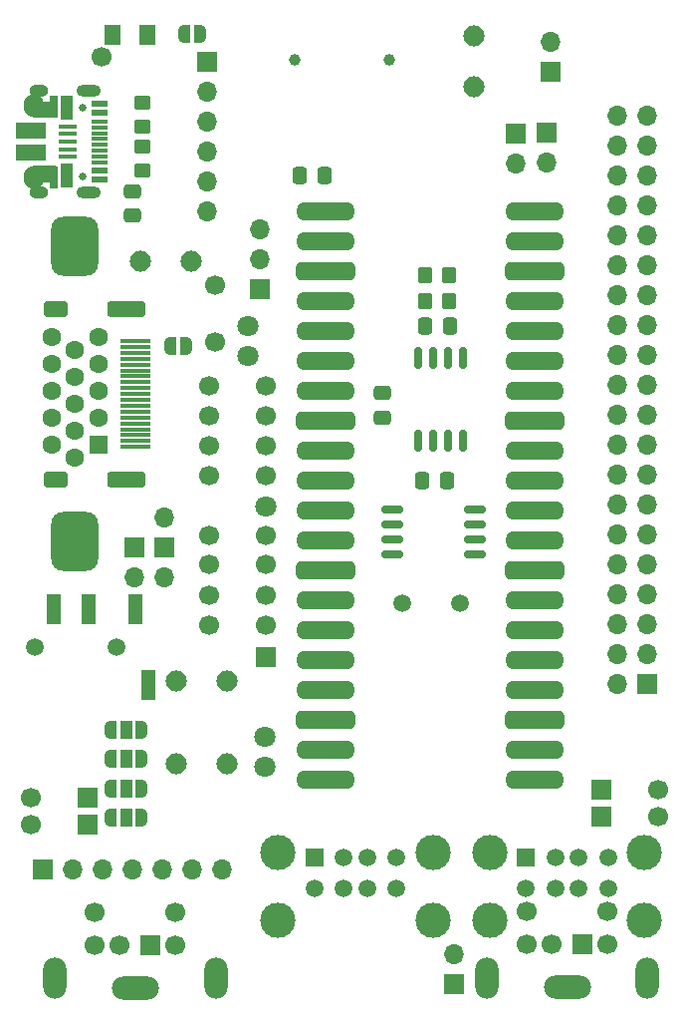
<source format=gts>
G04 #@! TF.GenerationSoftware,KiCad,Pcbnew,6.0.11-2627ca5db0~126~ubuntu20.04.1*
G04 #@! TF.CreationDate,2024-04-17T12:53:05+05:00*
G04 #@! TF.ProjectId,16RPI24,31365250-4932-4342-9e6b-696361645f70,rev?*
G04 #@! TF.SameCoordinates,Original*
G04 #@! TF.FileFunction,Soldermask,Top*
G04 #@! TF.FilePolarity,Negative*
%FSLAX46Y46*%
G04 Gerber Fmt 4.6, Leading zero omitted, Abs format (unit mm)*
G04 Created by KiCad (PCBNEW 6.0.11-2627ca5db0~126~ubuntu20.04.1) date 2024-04-17 12:53:05*
%MOMM*%
%LPD*%
G01*
G04 APERTURE LIST*
G04 Aperture macros list*
%AMRoundRect*
0 Rectangle with rounded corners*
0 $1 Rounding radius*
0 $2 $3 $4 $5 $6 $7 $8 $9 X,Y pos of 4 corners*
0 Add a 4 corners polygon primitive as box body*
4,1,4,$2,$3,$4,$5,$6,$7,$8,$9,$2,$3,0*
0 Add four circle primitives for the rounded corners*
1,1,$1+$1,$2,$3*
1,1,$1+$1,$4,$5*
1,1,$1+$1,$6,$7*
1,1,$1+$1,$8,$9*
0 Add four rect primitives between the rounded corners*
20,1,$1+$1,$2,$3,$4,$5,0*
20,1,$1+$1,$4,$5,$6,$7,0*
20,1,$1+$1,$6,$7,$8,$9,0*
20,1,$1+$1,$8,$9,$2,$3,0*%
%AMOutline4P*
0 Free polygon, 4 corners , with rotation*
0 The origin of the aperture is its center*
0 number of corners: always 4*
0 $1 to $8 corner X, Y*
0 $9 Rotation angle, in degrees counterclockwise*
0 create outline with 4 corners*
4,1,4,$1,$2,$3,$4,$5,$6,$7,$8,$1,$2,$9*%
%AMFreePoly0*
4,1,22,0.500000,-0.750000,0.000000,-0.750000,0.000000,-0.745033,-0.079941,-0.743568,-0.215256,-0.701293,-0.333266,-0.622738,-0.424486,-0.514219,-0.481581,-0.384460,-0.499164,-0.250000,-0.500000,-0.250000,-0.500000,0.250000,-0.499164,0.250000,-0.499963,0.256109,-0.478152,0.396186,-0.417904,0.524511,-0.324060,0.630769,-0.204165,0.706417,-0.067858,0.745374,0.000000,0.744959,0.000000,0.750000,
0.500000,0.750000,0.500000,-0.750000,0.500000,-0.750000,$1*%
%AMFreePoly1*
4,1,20,0.000000,0.744959,0.073905,0.744508,0.209726,0.703889,0.328688,0.626782,0.421226,0.519385,0.479903,0.390333,0.500000,0.250000,0.500000,-0.250000,0.499851,-0.262216,0.476331,-0.402017,0.414519,-0.529596,0.319384,-0.634700,0.198574,-0.708877,0.061801,-0.746166,0.000000,-0.745033,0.000000,-0.750000,-0.500000,-0.750000,-0.500000,0.750000,0.000000,0.750000,0.000000,0.744959,
0.000000,0.744959,$1*%
%AMFreePoly2*
4,1,22,0.550000,-0.750000,0.000000,-0.750000,0.000000,-0.745033,-0.079941,-0.743568,-0.215256,-0.701293,-0.333266,-0.622738,-0.424486,-0.514219,-0.481581,-0.384460,-0.499164,-0.250000,-0.500000,-0.250000,-0.500000,0.250000,-0.499164,0.250000,-0.499963,0.256109,-0.478152,0.396186,-0.417904,0.524511,-0.324060,0.630769,-0.204165,0.706417,-0.067858,0.745374,0.000000,0.744959,0.000000,0.750000,
0.550000,0.750000,0.550000,-0.750000,0.550000,-0.750000,$1*%
%AMFreePoly3*
4,1,20,0.000000,0.744959,0.073905,0.744508,0.209726,0.703889,0.328688,0.626782,0.421226,0.519385,0.479903,0.390333,0.500000,0.250000,0.500000,-0.250000,0.499851,-0.262216,0.476331,-0.402017,0.414519,-0.529596,0.319384,-0.634700,0.198574,-0.708877,0.061801,-0.746166,0.000000,-0.745033,0.000000,-0.750000,-0.550000,-0.750000,-0.550000,0.750000,0.000000,0.750000,0.000000,0.744959,
0.000000,0.744959,$1*%
%AMFreePoly4*
4,1,31,0.278115,0.855951,0.450000,0.779423,0.602218,0.668830,0.728115,0.529007,0.822191,0.366063,0.880333,0.187121,0.900000,0.000000,0.880333,-0.187121,0.822191,-0.366063,0.728115,-0.529007,0.602218,-0.668830,0.450000,-0.779423,0.278115,-0.855951,0.094076,-0.895070,-0.094076,-0.895070,-0.278115,-0.855951,-0.450000,-0.779423,-0.602218,-0.668830,-0.728115,-0.529007,-0.822191,-0.366063,
-0.880333,-0.187121,-0.900000,0.000000,-0.880333,0.187121,-0.822191,0.366063,-0.728115,0.529007,-0.602218,0.668830,-0.450000,0.779423,-0.278115,0.855951,-0.094076,0.895070,0.094076,0.895070,0.278115,0.855951,0.278115,0.855951,$1*%
G04 Aperture macros list end*
%ADD10RoundRect,0.250000X-0.337500X-0.475000X0.337500X-0.475000X0.337500X0.475000X-0.337500X0.475000X0*%
%ADD11R,1.500000X1.500000*%
%ADD12C,1.500000*%
%ADD13C,3.000000*%
%ADD14RoundRect,0.250000X0.337500X0.475000X-0.337500X0.475000X-0.337500X-0.475000X0.337500X-0.475000X0*%
%ADD15R,1.700000X1.700000*%
%ADD16O,1.700000X1.700000*%
%ADD17R,2.600000X0.300000*%
%ADD18RoundRect,0.350000X-1.300000X0.350000X-1.300000X-0.350000X1.300000X-0.350000X1.300000X0.350000X0*%
%ADD19RoundRect,0.350000X-0.700000X0.350000X-0.700000X-0.350000X0.700000X-0.350000X0.700000X0.350000X0*%
%ADD20RoundRect,0.250000X-0.475000X0.337500X-0.475000X-0.337500X0.475000X-0.337500X0.475000X0.337500X0*%
%ADD21C,1.700000*%
%ADD22O,2.000000X3.500000*%
%ADD23O,4.000000X2.000000*%
%ADD24R,1.200000X2.500000*%
%ADD25RoundRect,0.250000X-0.350000X-0.450000X0.350000X-0.450000X0.350000X0.450000X-0.350000X0.450000X0*%
%ADD26C,1.800000*%
%ADD27RoundRect,0.250001X-0.462499X-0.624999X0.462499X-0.624999X0.462499X0.624999X-0.462499X0.624999X0*%
%ADD28RoundRect,0.250000X-0.450000X0.350000X-0.450000X-0.350000X0.450000X-0.350000X0.450000X0.350000X0*%
%ADD29RoundRect,0.250000X0.450000X-0.350000X0.450000X0.350000X-0.450000X0.350000X-0.450000X-0.350000X0*%
%ADD30C,0.650000*%
%ADD31R,1.450000X0.600000*%
%ADD32R,1.450000X0.300000*%
%ADD33O,1.600000X1.000000*%
%ADD34O,2.100000X1.000000*%
%ADD35RoundRect,0.150000X0.150000X-0.800000X0.150000X0.800000X-0.150000X0.800000X-0.150000X-0.800000X0*%
%ADD36R,1.650000X0.400000*%
%ADD37R,1.825000X0.300000*%
%ADD38R,1.100000X2.000000*%
%ADD39O,1.700000X2.000000*%
%ADD40Outline4P,-0.675000X-0.675000X0.675000X-0.675000X0.675000X0.675000X-0.675000X0.675000X270.000000*%
%ADD41R,2.500000X1.430000*%
%ADD42O,1.100000X1.100000*%
%ADD43R,0.700000X1.825000*%
%ADD44RoundRect,0.250000X0.475000X-0.337500X0.475000X0.337500X-0.475000X0.337500X-0.475000X-0.337500X0*%
%ADD45FreePoly0,0.000000*%
%ADD46FreePoly1,0.000000*%
%ADD47RoundRect,1.000000X-1.000000X1.500000X-1.000000X-1.500000X1.000000X-1.500000X1.000000X1.500000X0*%
%ADD48R,1.600000X1.600000*%
%ADD49C,1.600000*%
%ADD50O,5.000000X1.600000*%
%ADD51RoundRect,0.400000X-2.100000X-0.400000X2.100000X-0.400000X2.100000X0.400000X-2.100000X0.400000X0*%
%ADD52RoundRect,0.150000X-0.800000X-0.150000X0.800000X-0.150000X0.800000X0.150000X-0.800000X0.150000X0*%
%ADD53FreePoly2,0.000000*%
%ADD54R,1.000000X1.500000*%
%ADD55FreePoly3,0.000000*%
%ADD56FreePoly4,180.000000*%
%ADD57C,1.000000*%
%ADD58FreePoly4,270.000000*%
G04 APERTURE END LIST*
D10*
X60430500Y-55245000D03*
X62505500Y-55245000D03*
D11*
X51000000Y-100320000D03*
D12*
X53500000Y-100320000D03*
X55500000Y-100320000D03*
X58000000Y-100320000D03*
X51000000Y-102940000D03*
X53500000Y-102940000D03*
X55500000Y-102940000D03*
X58000000Y-102940000D03*
D13*
X61070000Y-105650000D03*
X47930000Y-99970000D03*
X61070000Y-99970000D03*
X47930000Y-105650000D03*
D14*
X62251500Y-68326000D03*
X60176500Y-68326000D03*
D15*
X79275000Y-85600000D03*
D16*
X76735000Y-85600000D03*
X79275000Y-83060000D03*
X76735000Y-83060000D03*
X79275000Y-80520000D03*
X76735000Y-80520000D03*
X79275000Y-77980000D03*
X76735000Y-77980000D03*
X79275000Y-75440000D03*
X76735000Y-75440000D03*
X79275000Y-72900000D03*
X76735000Y-72900000D03*
X79275000Y-70360000D03*
X76735000Y-70360000D03*
X79275000Y-67820000D03*
X76735000Y-67820000D03*
X79275000Y-65280000D03*
X76735000Y-65280000D03*
X79275000Y-62740000D03*
X76735000Y-62740000D03*
X79275000Y-60200000D03*
X76735000Y-60200000D03*
X79275000Y-57660000D03*
X76735000Y-57660000D03*
X79275000Y-55120000D03*
X76735000Y-55120000D03*
X79275000Y-52580000D03*
X76735000Y-52580000D03*
X79275000Y-50040000D03*
X76735000Y-50040000D03*
X79275000Y-47500000D03*
X76735000Y-47500000D03*
X79275000Y-44960000D03*
X76735000Y-44960000D03*
X79275000Y-42420000D03*
X76735000Y-42420000D03*
X79275000Y-39880000D03*
X76735000Y-39880000D03*
X79275000Y-37340000D03*
X76735000Y-37340000D03*
D11*
X69000000Y-100320000D03*
D12*
X71500000Y-100320000D03*
X73500000Y-100320000D03*
X76000000Y-100320000D03*
X69000000Y-102940000D03*
X71500000Y-102940000D03*
X73500000Y-102940000D03*
X76000000Y-102940000D03*
D13*
X79070000Y-99970000D03*
X79070000Y-105650000D03*
X65930000Y-99970000D03*
X65930000Y-105650000D03*
D17*
X35760000Y-65500000D03*
X35760000Y-65000000D03*
X35760000Y-64500000D03*
X35760000Y-64000000D03*
X35760000Y-63500000D03*
X35760000Y-63000000D03*
X35760000Y-62500000D03*
X35760000Y-62000000D03*
X35760000Y-61500000D03*
X35760000Y-61000000D03*
X35760000Y-60500000D03*
X35760000Y-60000000D03*
X35760000Y-59500000D03*
X35760000Y-59000000D03*
X35760000Y-58500000D03*
X35760000Y-58000000D03*
X35760000Y-57500000D03*
X35760000Y-57000000D03*
X35760000Y-56500000D03*
D18*
X35000000Y-53750000D03*
D19*
X29040000Y-53750000D03*
X29040000Y-68250000D03*
D18*
X35000000Y-68250000D03*
D20*
X35560000Y-43768100D03*
X35560000Y-45843100D03*
D12*
X63373000Y-78740000D03*
X58493000Y-78740000D03*
D15*
X37060000Y-107775000D03*
D21*
X34460000Y-107775000D03*
D22*
X42610000Y-110625000D03*
X28910000Y-110625000D03*
D23*
X35760000Y-111425000D03*
D21*
X39160000Y-107775000D03*
X32360000Y-107775000D03*
X39160000Y-104975000D03*
X32360000Y-104975000D03*
D12*
X34225000Y-82500000D03*
X27225000Y-82500000D03*
D24*
X31825000Y-79250000D03*
X28825000Y-79250000D03*
X36925000Y-85750000D03*
X35825000Y-79250000D03*
D25*
X60468000Y-53071000D03*
X62468000Y-53071000D03*
D15*
X46355000Y-52055000D03*
D16*
X46355000Y-49515000D03*
X46355000Y-46975000D03*
D26*
X46863993Y-70532185D03*
D15*
X46863000Y-83312000D03*
D10*
X49762500Y-42418000D03*
X51837500Y-42418000D03*
D15*
X68115199Y-38851995D03*
D16*
X68115199Y-41391995D03*
D15*
X70739000Y-38832000D03*
D16*
X70739000Y-41372000D03*
D15*
X73800000Y-107735000D03*
D21*
X71200000Y-107735000D03*
X75900000Y-107735000D03*
D22*
X65650000Y-110585000D03*
D23*
X72500000Y-111385000D03*
D22*
X79350000Y-110585000D03*
D21*
X69100000Y-107735000D03*
X75900000Y-104935000D03*
X69100000Y-104935000D03*
D27*
X33840500Y-30480000D03*
X36815500Y-30480000D03*
D26*
X45339000Y-55240000D03*
X45339000Y-57780000D03*
D28*
X36400000Y-40000000D03*
X36400000Y-42000000D03*
D15*
X35687000Y-74036000D03*
D16*
X35687000Y-76576000D03*
D15*
X27893220Y-101414607D03*
D16*
X30433220Y-101414607D03*
X32973220Y-101414607D03*
X35513220Y-101414607D03*
X38053220Y-101414607D03*
X40593220Y-101414607D03*
X43133220Y-101414607D03*
D29*
X36400000Y-38300000D03*
X36400000Y-36300000D03*
D30*
X31265000Y-36710000D03*
X31265000Y-42490000D03*
D31*
X32710000Y-36375000D03*
X32710000Y-37150000D03*
D32*
X32710000Y-37850000D03*
X32710000Y-38350000D03*
X32710000Y-38850000D03*
X32710000Y-39350000D03*
X32710000Y-39850000D03*
X32710000Y-40350000D03*
X32710000Y-40850000D03*
X32710000Y-41350000D03*
D31*
X32710000Y-42050000D03*
X32710000Y-42825000D03*
D33*
X27615000Y-43920000D03*
X27615000Y-35280000D03*
D34*
X31795000Y-43920000D03*
X31795000Y-35280000D03*
D35*
X59817000Y-64968000D03*
X61087000Y-64968000D03*
X62357000Y-64968000D03*
X63627000Y-64968000D03*
X63627000Y-57968000D03*
X62357000Y-57968000D03*
X61087000Y-57968000D03*
X59817000Y-57968000D03*
D36*
X30065000Y-38275000D03*
X30065000Y-38925000D03*
X30065000Y-39575000D03*
X30065000Y-40225000D03*
X30065000Y-40875000D03*
D37*
X28102460Y-37401118D03*
D38*
X29951000Y-42475000D03*
D39*
X27157000Y-42648000D03*
D37*
X28069735Y-41792427D03*
D40*
X28427000Y-36845000D03*
D41*
X26915000Y-38615000D03*
D42*
X29976400Y-42013000D03*
D41*
X26915000Y-40535000D03*
D43*
X28865000Y-42575000D03*
D40*
X28427000Y-42325000D03*
D42*
X29976400Y-37161600D03*
D39*
X27185000Y-36552000D03*
D38*
X29976400Y-36729800D03*
D43*
X28865000Y-36625000D03*
D15*
X41883562Y-32801695D03*
D16*
X41883562Y-35341695D03*
X41883562Y-37881695D03*
X41883562Y-40421695D03*
X41883562Y-42961695D03*
X41883562Y-45501695D03*
D44*
X56808273Y-63011758D03*
X56808273Y-60936758D03*
D45*
X38780682Y-56940611D03*
D46*
X40080682Y-56940611D03*
D26*
X46805921Y-90104293D03*
X46805921Y-92644293D03*
D47*
X30600331Y-73485000D03*
X30600331Y-48485000D03*
D48*
X32650331Y-65300000D03*
D49*
X32650331Y-63010000D03*
X32650331Y-60720000D03*
X32650331Y-58430000D03*
X32650331Y-56140000D03*
X30670331Y-66445000D03*
X30670331Y-64155000D03*
X30670331Y-61865000D03*
X30670331Y-59575000D03*
X30670331Y-57285000D03*
X28690331Y-65300000D03*
X28690331Y-63010000D03*
X28690331Y-60720000D03*
X28690331Y-58430000D03*
X28690331Y-56140000D03*
D50*
X52000000Y-45470000D03*
X52000000Y-48010000D03*
D51*
X52000000Y-50550000D03*
D50*
X52000000Y-53090000D03*
X52000000Y-55630000D03*
X52000000Y-58170000D03*
X52000000Y-60710000D03*
D51*
X52000000Y-63250000D03*
D50*
X52000000Y-65790000D03*
X52000000Y-68330000D03*
X52000000Y-70870000D03*
X52000000Y-73410000D03*
D51*
X52000000Y-75950000D03*
D50*
X52000000Y-78490000D03*
X52000000Y-81030000D03*
X52000000Y-83570000D03*
X52000000Y-86110000D03*
D51*
X52000000Y-88650000D03*
D50*
X52000000Y-91190000D03*
X52000000Y-93730000D03*
X69780000Y-93730000D03*
X69780000Y-91190000D03*
D51*
X69780000Y-88650000D03*
D50*
X69780000Y-86110000D03*
X69780000Y-83570000D03*
X69780000Y-81030000D03*
X69780000Y-78490000D03*
D51*
X69780000Y-75950000D03*
D50*
X69780000Y-73410000D03*
X69780000Y-70870000D03*
X69780000Y-68330000D03*
X69780000Y-65790000D03*
D51*
X69780000Y-63250000D03*
D50*
X69780000Y-60710000D03*
X69780000Y-58170000D03*
X69780000Y-55630000D03*
X69780000Y-53090000D03*
D51*
X69780000Y-50550000D03*
D50*
X69780000Y-48010000D03*
X69780000Y-45470000D03*
D52*
X57623674Y-70842817D03*
X57623674Y-72112817D03*
X57623674Y-73382817D03*
X57623674Y-74652817D03*
X64623674Y-74652817D03*
X64623674Y-73382817D03*
X64623674Y-72112817D03*
X64623674Y-70842817D03*
D53*
X33700000Y-97000000D03*
D54*
X35000000Y-97000000D03*
D55*
X36300000Y-97000000D03*
D45*
X39968208Y-30429132D03*
D46*
X41268208Y-30429132D03*
D15*
X62865000Y-111125000D03*
D16*
X62865000Y-108585000D03*
X38227000Y-76566000D03*
D15*
X38227000Y-74026000D03*
D16*
X38227000Y-71486000D03*
D53*
X33714525Y-94486489D03*
D54*
X35014525Y-94486489D03*
D55*
X36314525Y-94486489D03*
D53*
X33700000Y-92000000D03*
D54*
X35000000Y-92000000D03*
D55*
X36300000Y-92000000D03*
D15*
X71120000Y-33660000D03*
D16*
X71120000Y-31120000D03*
D25*
X60468000Y-50927000D03*
X62468000Y-50927000D03*
D53*
X33699729Y-89494011D03*
D54*
X34999729Y-89494011D03*
D55*
X36299729Y-89494011D03*
D21*
X42037000Y-67925500D03*
X46863000Y-67925500D03*
D56*
X40557768Y-49740148D03*
X36239768Y-49740148D03*
D21*
X42037000Y-62845500D03*
X46863000Y-62845500D03*
X32893000Y-32385000D03*
D56*
X43566970Y-85337426D03*
X39248970Y-85337426D03*
D57*
X57346954Y-32622081D03*
X49346954Y-32622081D03*
D58*
X64609274Y-30616715D03*
X64609274Y-34934715D03*
D15*
X75438000Y-96901000D03*
D21*
X80264000Y-96901000D03*
X42037000Y-60305500D03*
X46863000Y-60305500D03*
X42037000Y-73005500D03*
X46863000Y-73005500D03*
D56*
X43596809Y-92374968D03*
X39278809Y-92374968D03*
D21*
X42037000Y-80625500D03*
X46863000Y-80625500D03*
X42545000Y-56615064D03*
X42545000Y-51789064D03*
X42037000Y-65385500D03*
X46863000Y-65385500D03*
X42037000Y-78085500D03*
X46863000Y-78085500D03*
D15*
X75438000Y-94615000D03*
D21*
X80264000Y-94615000D03*
D15*
X31713000Y-95250000D03*
D21*
X26887000Y-95250000D03*
X42037000Y-75505500D03*
X46863000Y-75505500D03*
D15*
X31719854Y-97573448D03*
D21*
X26893854Y-97573448D03*
M02*

</source>
